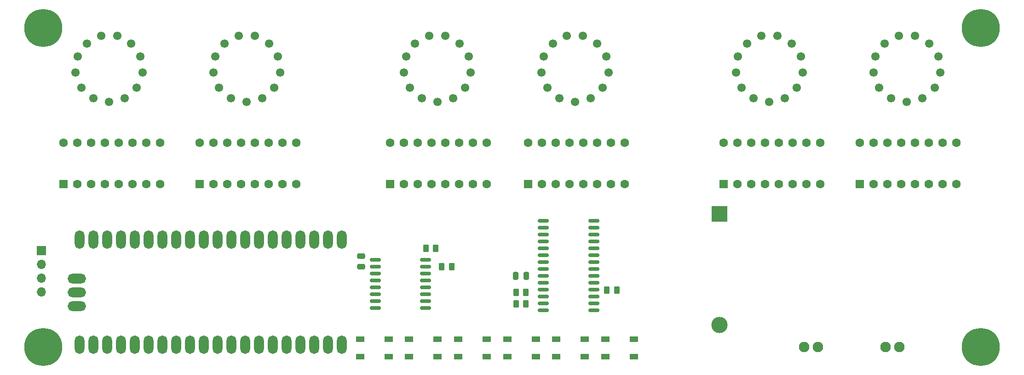
<source format=gts>
%TF.GenerationSoftware,KiCad,Pcbnew,7.0.5-0*%
%TF.CreationDate,2023-12-27T11:16:32-05:00*%
%TF.ProjectId,nixie,6e697869-652e-46b6-9963-61645f706362,rev?*%
%TF.SameCoordinates,Original*%
%TF.FileFunction,Soldermask,Top*%
%TF.FilePolarity,Negative*%
%FSLAX46Y46*%
G04 Gerber Fmt 4.6, Leading zero omitted, Abs format (unit mm)*
G04 Created by KiCad (PCBNEW 7.0.5-0) date 2023-12-27 11:16:32*
%MOMM*%
%LPD*%
G01*
G04 APERTURE LIST*
G04 Aperture macros list*
%AMRoundRect*
0 Rectangle with rounded corners*
0 $1 Rounding radius*
0 $2 $3 $4 $5 $6 $7 $8 $9 X,Y pos of 4 corners*
0 Add a 4 corners polygon primitive as box body*
4,1,4,$2,$3,$4,$5,$6,$7,$8,$9,$2,$3,0*
0 Add four circle primitives for the rounded corners*
1,1,$1+$1,$2,$3*
1,1,$1+$1,$4,$5*
1,1,$1+$1,$6,$7*
1,1,$1+$1,$8,$9*
0 Add four rect primitives between the rounded corners*
20,1,$1+$1,$2,$3,$4,$5,0*
20,1,$1+$1,$4,$5,$6,$7,0*
20,1,$1+$1,$6,$7,$8,$9,0*
20,1,$1+$1,$8,$9,$2,$3,0*%
G04 Aperture macros list end*
%ADD10C,1.950000*%
%ADD11C,0.800000*%
%ADD12C,7.000000*%
%ADD13RoundRect,0.150000X-0.875000X-0.150000X0.875000X-0.150000X0.875000X0.150000X-0.875000X0.150000X0*%
%ADD14RoundRect,0.250000X0.250000X0.475000X-0.250000X0.475000X-0.250000X-0.475000X0.250000X-0.475000X0*%
%ADD15R,1.550000X1.000000*%
%ADD16RoundRect,0.250000X-0.262500X-0.450000X0.262500X-0.450000X0.262500X0.450000X-0.262500X0.450000X0*%
%ADD17RoundRect,0.250000X0.262500X0.450000X-0.262500X0.450000X-0.262500X-0.450000X0.262500X-0.450000X0*%
%ADD18R,1.700000X1.700000*%
%ADD19O,1.700000X1.700000*%
%ADD20RoundRect,0.101600X-0.700000X-0.700000X0.700000X-0.700000X0.700000X0.700000X-0.700000X0.700000X0*%
%ADD21C,1.603200*%
%ADD22O,1.803200X3.403200*%
%ADD23O,3.403200X1.803200*%
%ADD24RoundRect,0.250000X0.475000X-0.250000X0.475000X0.250000X-0.475000X0.250000X-0.475000X-0.250000X0*%
%ADD25R,3.000000X3.000000*%
%ADD26C,3.000000*%
%ADD27C,1.551200*%
G04 APERTURE END LIST*
D10*
%TO.C,J4*%
X225000000Y-141100000D03*
X227540000Y-141100000D03*
%TD*%
%TO.C,J3*%
X210000000Y-141100000D03*
X212540000Y-141100000D03*
%TD*%
D11*
%TO.C,H2*%
X67375000Y-141100000D03*
X68143845Y-139243845D03*
X68143845Y-142956155D03*
X70000000Y-138475000D03*
D12*
X70000000Y-141100000D03*
D11*
X70000000Y-143725000D03*
X71856155Y-139243845D03*
X71856155Y-142956155D03*
X72625000Y-141100000D03*
%TD*%
D13*
%TO.C,IC6*%
X131062000Y-125020000D03*
X131062000Y-126290000D03*
X131062000Y-127560000D03*
X131062000Y-128830000D03*
X131062000Y-130100000D03*
X131062000Y-131370000D03*
X131062000Y-132640000D03*
X131062000Y-133910000D03*
X140362000Y-133910000D03*
X140362000Y-132640000D03*
X140362000Y-131370000D03*
X140362000Y-130100000D03*
X140362000Y-128830000D03*
X140362000Y-127560000D03*
X140362000Y-126290000D03*
X140362000Y-125020000D03*
%TD*%
D14*
%TO.C,C7*%
X158850000Y-128000000D03*
X156950000Y-128000000D03*
%TD*%
D15*
%TO.C,S1*%
X133525000Y-139640000D03*
X128275000Y-139640000D03*
X128275000Y-142840000D03*
X133525000Y-142840000D03*
%TD*%
%TO.C,S5*%
X169625000Y-139640000D03*
X164375000Y-139640000D03*
X164375000Y-142840000D03*
X169625000Y-142840000D03*
%TD*%
D16*
%TO.C,R9*%
X156987500Y-133100000D03*
X158812500Y-133100000D03*
%TD*%
D11*
%TO.C,H3*%
X239875000Y-82200000D03*
X240643845Y-80343845D03*
X240643845Y-84056155D03*
X242500000Y-79575000D03*
D12*
X242500000Y-82200000D03*
D11*
X242500000Y-84825000D03*
X244356155Y-80343845D03*
X244356155Y-84056155D03*
X245125000Y-82200000D03*
%TD*%
D17*
%TO.C,R5*%
X142212500Y-122900000D03*
X140387500Y-122900000D03*
%TD*%
D18*
%TO.C,J1*%
X69600000Y-123340000D03*
D19*
X69600000Y-125880000D03*
X69600000Y-128420000D03*
X69600000Y-130960000D03*
%TD*%
D20*
%TO.C,IC3*%
X133826600Y-111030000D03*
D21*
X136366600Y-111030000D03*
X138906600Y-111030000D03*
X141446600Y-111030000D03*
X143986600Y-111030000D03*
X146526600Y-111030000D03*
X149066600Y-111030000D03*
X151606600Y-111030000D03*
X151606600Y-103410000D03*
X149066600Y-103410000D03*
X146526600Y-103410000D03*
X143986600Y-103410000D03*
X141446600Y-103410000D03*
X138906600Y-103410000D03*
X136366600Y-103410000D03*
X133826600Y-103410000D03*
%TD*%
D11*
%TO.C,H1*%
X70000000Y-84825000D03*
X68143845Y-84056155D03*
X71856155Y-84056155D03*
X67375000Y-82200000D03*
D12*
X70000000Y-82200000D03*
D11*
X72625000Y-82200000D03*
X68143845Y-80343845D03*
X71856155Y-80343845D03*
X70000000Y-79575000D03*
%TD*%
%TO.C,H4*%
X239875000Y-141100000D03*
X240643845Y-139243845D03*
X240643845Y-142956155D03*
X242500000Y-138475000D03*
D12*
X242500000Y-141100000D03*
D11*
X242500000Y-143725000D03*
X244356155Y-139243845D03*
X244356155Y-142956155D03*
X245125000Y-141100000D03*
%TD*%
D22*
%TO.C,P1*%
X114780000Y-140680000D03*
X117320000Y-140680000D03*
X112240000Y-140680000D03*
X107160000Y-140680000D03*
X119860000Y-121300000D03*
X107160000Y-121300000D03*
X94460000Y-121300000D03*
X81760000Y-121300000D03*
D23*
X76110000Y-130990000D03*
D22*
X81760000Y-140680000D03*
X94460000Y-140680000D03*
X119860000Y-140680000D03*
X124940000Y-121300000D03*
X122400000Y-121300000D03*
X117320000Y-121300000D03*
X114780000Y-121300000D03*
X112240000Y-121300000D03*
X109700000Y-121300000D03*
X104620000Y-121300000D03*
X102080000Y-121300000D03*
X99540000Y-121300000D03*
X97000000Y-121300000D03*
X91920000Y-121300000D03*
X89380000Y-121300000D03*
X86840000Y-121300000D03*
X84300000Y-121300000D03*
X79220000Y-121300000D03*
X76680000Y-121300000D03*
X76680000Y-140680000D03*
X79220000Y-140680000D03*
X84300000Y-140680000D03*
X86840000Y-140680000D03*
X89380000Y-140680000D03*
X91920000Y-140680000D03*
X97000000Y-140680000D03*
X102080000Y-140680000D03*
X104620000Y-140680000D03*
X109700000Y-140680000D03*
X99540000Y-140680000D03*
D23*
X76110000Y-128450000D03*
X76110000Y-133530000D03*
D22*
X124940000Y-140680000D03*
X122400000Y-140680000D03*
%TD*%
D15*
%TO.C,S3*%
X151550000Y-139640000D03*
X146300000Y-139640000D03*
X146300000Y-142840000D03*
X151550000Y-142840000D03*
%TD*%
%TO.C,S6*%
X178650000Y-139640000D03*
X173400000Y-139640000D03*
X173400000Y-142840000D03*
X178650000Y-142840000D03*
%TD*%
D24*
%TO.C,C5*%
X128500000Y-126250000D03*
X128500000Y-124350000D03*
%TD*%
D25*
%TO.C,BAT1*%
X194400000Y-116510000D03*
D26*
X194400000Y-137000000D03*
%TD*%
D16*
%TO.C,R10*%
X156987500Y-131000000D03*
X158812500Y-131000000D03*
%TD*%
D20*
%TO.C,IC8*%
X220260000Y-111030000D03*
D21*
X222800000Y-111030000D03*
X225340000Y-111030000D03*
X227880000Y-111030000D03*
X230420000Y-111030000D03*
X232960000Y-111030000D03*
X235500000Y-111030000D03*
X238040000Y-111030000D03*
X238040000Y-103410000D03*
X235500000Y-103410000D03*
X232960000Y-103410000D03*
X230420000Y-103410000D03*
X227880000Y-103410000D03*
X225340000Y-103410000D03*
X222800000Y-103410000D03*
X220260000Y-103410000D03*
%TD*%
D20*
%TO.C,IC7*%
X195226000Y-111030000D03*
D21*
X197766000Y-111030000D03*
X200306000Y-111030000D03*
X202846000Y-111030000D03*
X205386000Y-111030000D03*
X207926000Y-111030000D03*
X210466000Y-111030000D03*
X213006000Y-111030000D03*
X213006000Y-103410000D03*
X210466000Y-103410000D03*
X207926000Y-103410000D03*
X205386000Y-103410000D03*
X202846000Y-103410000D03*
X200306000Y-103410000D03*
X197766000Y-103410000D03*
X195226000Y-103410000D03*
%TD*%
D13*
%TO.C,IC5*%
X162025000Y-117830000D03*
X162025000Y-119100000D03*
X162025000Y-120370000D03*
X162025000Y-121640000D03*
X162025000Y-122910000D03*
X162025000Y-124180000D03*
X162025000Y-125450000D03*
X162025000Y-126720000D03*
X162025000Y-127990000D03*
X162025000Y-129260000D03*
X162025000Y-130530000D03*
X162025000Y-131800000D03*
X162025000Y-133070000D03*
X162025000Y-134340000D03*
X171325000Y-134340000D03*
X171325000Y-133070000D03*
X171325000Y-131800000D03*
X171325000Y-130530000D03*
X171325000Y-129260000D03*
X171325000Y-127990000D03*
X171325000Y-126720000D03*
X171325000Y-125450000D03*
X171325000Y-124180000D03*
X171325000Y-122910000D03*
X171325000Y-121640000D03*
X171325000Y-120370000D03*
X171325000Y-119100000D03*
X171325000Y-117830000D03*
%TD*%
D16*
%TO.C,R11*%
X173687500Y-130600000D03*
X175512500Y-130600000D03*
%TD*%
D15*
%TO.C,S2*%
X142550000Y-139640000D03*
X137300000Y-139640000D03*
X137300000Y-142840000D03*
X142550000Y-142840000D03*
%TD*%
D20*
%TO.C,IC4*%
X159188600Y-111030000D03*
D21*
X161728600Y-111030000D03*
X164268600Y-111030000D03*
X166808600Y-111030000D03*
X169348600Y-111030000D03*
X171888600Y-111030000D03*
X174428600Y-111030000D03*
X176968600Y-111030000D03*
X176968600Y-103410000D03*
X174428600Y-103410000D03*
X171888600Y-103410000D03*
X169348600Y-103410000D03*
X166808600Y-103410000D03*
X164268600Y-103410000D03*
X161728600Y-103410000D03*
X159188600Y-103410000D03*
%TD*%
D20*
%TO.C,IC2*%
X98764600Y-111030000D03*
D21*
X101304600Y-111030000D03*
X103844600Y-111030000D03*
X106384600Y-111030000D03*
X108924600Y-111030000D03*
X111464600Y-111030000D03*
X114004600Y-111030000D03*
X116544600Y-111030000D03*
X116544600Y-103410000D03*
X114004600Y-103410000D03*
X111464600Y-103410000D03*
X108924600Y-103410000D03*
X106384600Y-103410000D03*
X103844600Y-103410000D03*
X101304600Y-103410000D03*
X98764600Y-103410000D03*
%TD*%
D16*
%TO.C,R6*%
X143287500Y-126300000D03*
X145112500Y-126300000D03*
%TD*%
D20*
%TO.C,IC1*%
X73682600Y-111030000D03*
D21*
X76222600Y-111030000D03*
X78762600Y-111030000D03*
X81302600Y-111030000D03*
X83842600Y-111030000D03*
X86382600Y-111030000D03*
X88922600Y-111030000D03*
X91462600Y-111030000D03*
X91462600Y-103410000D03*
X88922600Y-103410000D03*
X86382600Y-103410000D03*
X83842600Y-103410000D03*
X81302600Y-103410000D03*
X78762600Y-103410000D03*
X76222600Y-103410000D03*
X73682600Y-103410000D03*
%TD*%
D15*
%TO.C,S4*%
X160625000Y-139640000D03*
X155375000Y-139640000D03*
X155375000Y-142840000D03*
X160625000Y-142840000D03*
%TD*%
D27*
%TO.C,N6*%
X223835200Y-93226300D03*
X234023600Y-93226300D03*
X235074200Y-90456100D03*
X234717100Y-87515000D03*
X233034100Y-85076800D03*
X230410700Y-83699900D03*
X227448100Y-83699900D03*
X224824700Y-85076800D03*
X223141700Y-87515000D03*
X222784600Y-90456100D03*
X228929400Y-95899900D03*
X226052800Y-95190900D03*
X231806000Y-95190900D03*
%TD*%
%TO.C,N4*%
X162750400Y-93226300D03*
X172938800Y-93226300D03*
X173989400Y-90456100D03*
X173632300Y-87515000D03*
X171949300Y-85076800D03*
X169325900Y-83699900D03*
X166363300Y-83699900D03*
X163739900Y-85076800D03*
X162056900Y-87515000D03*
X161699800Y-90456100D03*
X167844600Y-95899900D03*
X164968000Y-95190900D03*
X170721200Y-95190900D03*
%TD*%
%TO.C,N5*%
X198506000Y-93226300D03*
X208694400Y-93226300D03*
X209745000Y-90456100D03*
X209387900Y-87515000D03*
X207704900Y-85076800D03*
X205081500Y-83699900D03*
X202118900Y-83699900D03*
X199495500Y-85076800D03*
X197812500Y-87515000D03*
X197455400Y-90456100D03*
X203600200Y-95899900D03*
X200723600Y-95190900D03*
X206476800Y-95190900D03*
%TD*%
%TO.C,N3*%
X137428600Y-93226300D03*
X147617000Y-93226300D03*
X148667600Y-90456100D03*
X148310500Y-87515000D03*
X146627500Y-85076800D03*
X144004100Y-83699900D03*
X141041500Y-83699900D03*
X138418100Y-85076800D03*
X136735100Y-87515000D03*
X136378000Y-90456100D03*
X142522800Y-95899900D03*
X139646200Y-95190900D03*
X145399400Y-95190900D03*
%TD*%
%TO.C,N1*%
X76984600Y-93226300D03*
X87173000Y-93226300D03*
X88223600Y-90456100D03*
X87866500Y-87515000D03*
X86183500Y-85076800D03*
X83560100Y-83699900D03*
X80597500Y-83699900D03*
X77974100Y-85076800D03*
X76291100Y-87515000D03*
X75934000Y-90456100D03*
X82078800Y-95899900D03*
X79202200Y-95190900D03*
X84955400Y-95190900D03*
%TD*%
%TO.C,N2*%
X102306400Y-93226300D03*
X112494800Y-93226300D03*
X113545400Y-90456100D03*
X113188300Y-87515000D03*
X111505300Y-85076800D03*
X108881900Y-83699900D03*
X105919300Y-83699900D03*
X103295900Y-85076800D03*
X101612900Y-87515000D03*
X101255800Y-90456100D03*
X107400600Y-95899900D03*
X104524000Y-95190900D03*
X110277200Y-95190900D03*
%TD*%
M02*

</source>
